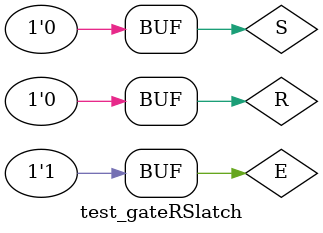
<source format=v>
`timescale 1ns / 1ps


module test_gateRSlatch;

	// Inputs
	reg R;
	reg S;
	reg E;

	// Bidirs
	wire Q;
	wire Q_L;

	// Instantiate the Unit Under Test (UUT)
	RSlatch_gated uut (
		.R(R),
		.S(S),
		.E(E),
		.Q(Q),
		.Q_L(Q_L)
	);

	initial begin

    // RESET
    R = 1; S = 0;
    E = 1;
    #100;

    // HOLD
    R = 0; S = 0;
    #50;
    // SET
    R = 0; S = 1;
    #50;
    // INVALID
    R = 1; S = 1;
    #50;
    // HOLD
    R = 0; S = 0;
    #50;

	 // RESET
	 R = 1; S = 0;
	 #50;

	 // SET
	 R = 0; S = 1;
	 #50;

  E = 0;
  #50;

	 // INVALID
	 R = 1; S = 1;
	 #50;

	 // HOLD
	 R = 0; S = 0;
	 #50;

   E = 1;
    #50;
	 // SET AND HOLD
	 R = 1; S = 0;
	 #50;
	 R = 0; S = 0;
	 #100;

	end

endmodule

</source>
